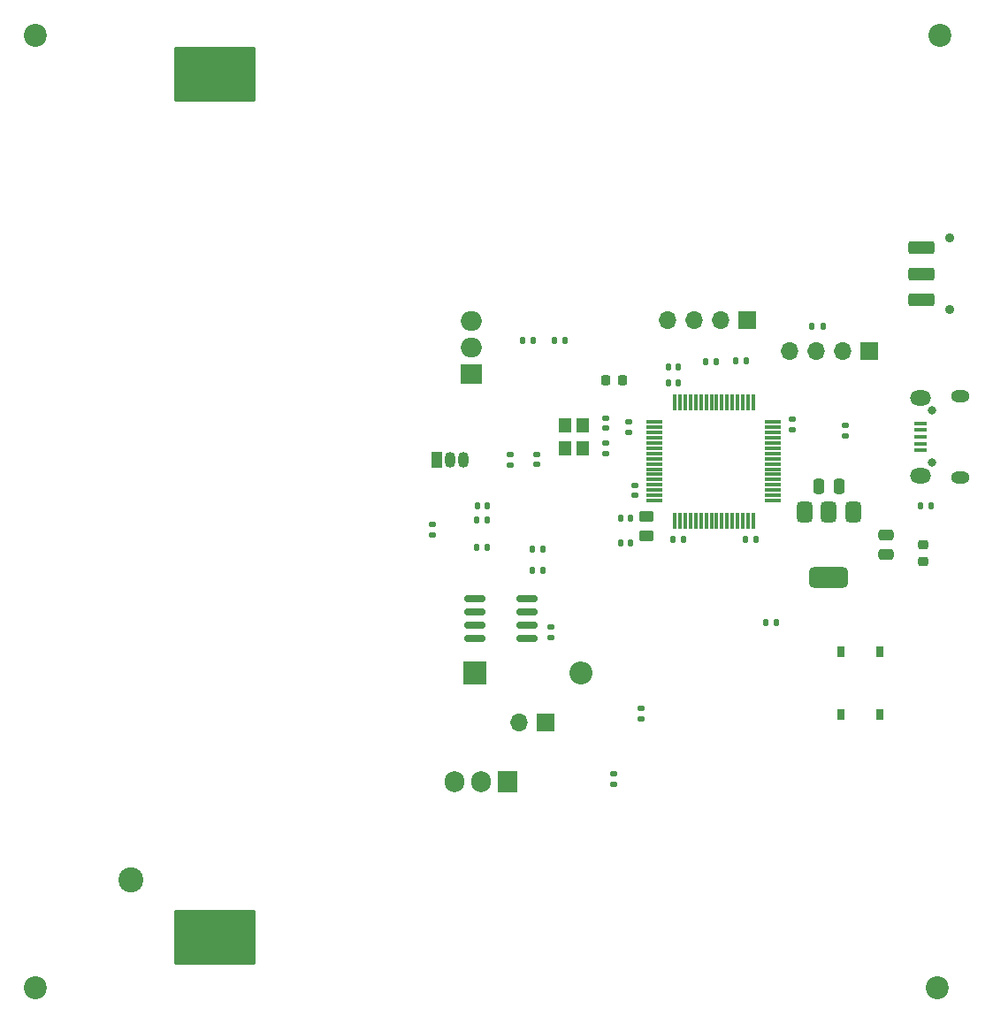
<source format=gbr>
%TF.GenerationSoftware,KiCad,Pcbnew,8.0.8*%
%TF.CreationDate,2025-03-16T20:58:14+11:00*%
%TF.ProjectId,STM32BMS,53544d33-3242-44d5-932e-6b696361645f,rev?*%
%TF.SameCoordinates,Original*%
%TF.FileFunction,Soldermask,Top*%
%TF.FilePolarity,Negative*%
%FSLAX46Y46*%
G04 Gerber Fmt 4.6, Leading zero omitted, Abs format (unit mm)*
G04 Created by KiCad (PCBNEW 8.0.8) date 2025-03-16 20:58:14*
%MOMM*%
%LPD*%
G01*
G04 APERTURE LIST*
G04 Aperture macros list*
%AMRoundRect*
0 Rectangle with rounded corners*
0 $1 Rounding radius*
0 $2 $3 $4 $5 $6 $7 $8 $9 X,Y pos of 4 corners*
0 Add a 4 corners polygon primitive as box body*
4,1,4,$2,$3,$4,$5,$6,$7,$8,$9,$2,$3,0*
0 Add four circle primitives for the rounded corners*
1,1,$1+$1,$2,$3*
1,1,$1+$1,$4,$5*
1,1,$1+$1,$6,$7*
1,1,$1+$1,$8,$9*
0 Add four rect primitives between the rounded corners*
20,1,$1+$1,$2,$3,$4,$5,0*
20,1,$1+$1,$4,$5,$6,$7,0*
20,1,$1+$1,$6,$7,$8,$9,0*
20,1,$1+$1,$8,$9,$2,$3,0*%
G04 Aperture macros list end*
%ADD10R,2.200000X2.200000*%
%ADD11O,2.200000X2.200000*%
%ADD12RoundRect,0.135000X-0.135000X-0.185000X0.135000X-0.185000X0.135000X0.185000X-0.135000X0.185000X0*%
%ADD13RoundRect,0.140000X0.140000X0.170000X-0.140000X0.170000X-0.140000X-0.170000X0.140000X-0.170000X0*%
%ADD14R,1.050000X1.500000*%
%ADD15O,1.050000X1.500000*%
%ADD16RoundRect,0.135000X0.185000X-0.135000X0.185000X0.135000X-0.185000X0.135000X-0.185000X-0.135000X0*%
%ADD17RoundRect,0.135000X-0.185000X0.135000X-0.185000X-0.135000X0.185000X-0.135000X0.185000X0.135000X0*%
%ADD18RoundRect,0.250000X0.475000X-0.250000X0.475000X0.250000X-0.475000X0.250000X-0.475000X-0.250000X0*%
%ADD19RoundRect,0.075000X-0.700000X-0.075000X0.700000X-0.075000X0.700000X0.075000X-0.700000X0.075000X0*%
%ADD20RoundRect,0.075000X-0.075000X-0.700000X0.075000X-0.700000X0.075000X0.700000X-0.075000X0.700000X0*%
%ADD21RoundRect,0.140000X-0.170000X0.140000X-0.170000X-0.140000X0.170000X-0.140000X0.170000X0.140000X0*%
%ADD22O,0.800000X0.800000*%
%ADD23R,1.300000X0.450000*%
%ADD24O,1.800000X1.150000*%
%ADD25O,2.000000X1.450000*%
%ADD26RoundRect,0.250000X-0.250000X-0.475000X0.250000X-0.475000X0.250000X0.475000X-0.250000X0.475000X0*%
%ADD27R,1.905000X2.000000*%
%ADD28O,1.905000X2.000000*%
%ADD29R,2.000000X1.905000*%
%ADD30O,2.000000X1.905000*%
%ADD31RoundRect,0.140000X0.170000X-0.140000X0.170000X0.140000X-0.170000X0.140000X-0.170000X-0.140000X0*%
%ADD32RoundRect,0.150000X-0.825000X-0.150000X0.825000X-0.150000X0.825000X0.150000X-0.825000X0.150000X0*%
%ADD33C,2.200000*%
%ADD34RoundRect,0.250000X-0.450000X0.262500X-0.450000X-0.262500X0.450000X-0.262500X0.450000X0.262500X0*%
%ADD35RoundRect,0.140000X-0.140000X-0.170000X0.140000X-0.170000X0.140000X0.170000X-0.140000X0.170000X0*%
%ADD36RoundRect,0.135000X0.135000X0.185000X-0.135000X0.185000X-0.135000X-0.185000X0.135000X-0.185000X0*%
%ADD37RoundRect,0.218750X-0.256250X0.218750X-0.256250X-0.218750X0.256250X-0.218750X0.256250X0.218750X0*%
%ADD38C,2.400000*%
%ADD39RoundRect,0.050800X3.810000X2.540000X-3.810000X2.540000X-3.810000X-2.540000X3.810000X-2.540000X0*%
%ADD40C,0.900000*%
%ADD41RoundRect,0.250000X1.000000X-0.375000X1.000000X0.375000X-1.000000X0.375000X-1.000000X-0.375000X0*%
%ADD42R,1.700000X1.700000*%
%ADD43O,1.700000X1.700000*%
%ADD44R,1.200000X1.400000*%
%ADD45RoundRect,0.225000X-0.225000X-0.250000X0.225000X-0.250000X0.225000X0.250000X-0.225000X0.250000X0*%
%ADD46RoundRect,0.375000X-0.375000X0.625000X-0.375000X-0.625000X0.375000X-0.625000X0.375000X0.625000X0*%
%ADD47RoundRect,0.500000X-1.400000X0.500000X-1.400000X-0.500000X1.400000X-0.500000X1.400000X0.500000X0*%
%ADD48R,0.750000X1.000000*%
G04 APERTURE END LIST*
D10*
%TO.C,D2*%
X112920000Y-126200000D03*
D11*
X123080000Y-126200000D03*
%TD*%
D12*
%TO.C,R10*%
X113060000Y-111600000D03*
X114080000Y-111600000D03*
%TD*%
%TO.C,R15*%
X118380000Y-114410000D03*
X119400000Y-114410000D03*
%TD*%
D13*
%TO.C,C9*%
X127800000Y-113800000D03*
X126840000Y-113800000D03*
%TD*%
D14*
%TO.C,U4*%
X109260000Y-105800000D03*
D15*
X110530000Y-105800000D03*
X111800000Y-105800000D03*
%TD*%
D16*
%TO.C,R9*%
X108800000Y-113020000D03*
X108800000Y-112000000D03*
%TD*%
D17*
%TO.C,R6*%
X126200000Y-135890000D03*
X126200000Y-136910000D03*
%TD*%
D18*
%TO.C,C14*%
X152300000Y-114907500D03*
X152300000Y-113007500D03*
%TD*%
D19*
%TO.C,U1*%
X130125000Y-102207500D03*
X130125000Y-102707500D03*
X130125000Y-103207500D03*
X130125000Y-103707500D03*
X130125000Y-104207500D03*
X130125000Y-104707500D03*
X130125000Y-105207500D03*
X130125000Y-105707500D03*
X130125000Y-106207500D03*
X130125000Y-106707500D03*
X130125000Y-107207500D03*
X130125000Y-107707500D03*
X130125000Y-108207500D03*
X130125000Y-108707500D03*
X130125000Y-109207500D03*
X130125000Y-109707500D03*
D20*
X132050000Y-111632500D03*
X132550000Y-111632500D03*
X133050000Y-111632500D03*
X133550000Y-111632500D03*
X134050000Y-111632500D03*
X134550000Y-111632500D03*
X135050000Y-111632500D03*
X135550000Y-111632500D03*
X136050000Y-111632500D03*
X136550000Y-111632500D03*
X137050000Y-111632500D03*
X137550000Y-111632500D03*
X138050000Y-111632500D03*
X138550000Y-111632500D03*
X139050000Y-111632500D03*
X139550000Y-111632500D03*
D19*
X141475000Y-109707500D03*
X141475000Y-109207500D03*
X141475000Y-108707500D03*
X141475000Y-108207500D03*
X141475000Y-107707500D03*
X141475000Y-107207500D03*
X141475000Y-106707500D03*
X141475000Y-106207500D03*
X141475000Y-105707500D03*
X141475000Y-105207500D03*
X141475000Y-104707500D03*
X141475000Y-104207500D03*
X141475000Y-103707500D03*
X141475000Y-103207500D03*
X141475000Y-102707500D03*
X141475000Y-102207500D03*
D20*
X139550000Y-100282500D03*
X139050000Y-100282500D03*
X138550000Y-100282500D03*
X138050000Y-100282500D03*
X137550000Y-100282500D03*
X137050000Y-100282500D03*
X136550000Y-100282500D03*
X136050000Y-100282500D03*
X135550000Y-100282500D03*
X135050000Y-100282500D03*
X134550000Y-100282500D03*
X134050000Y-100282500D03*
X133550000Y-100282500D03*
X133050000Y-100282500D03*
X132550000Y-100282500D03*
X132050000Y-100282500D03*
%TD*%
D12*
%TO.C,R11*%
X140780000Y-121400000D03*
X141800000Y-121400000D03*
%TD*%
D21*
%TO.C,C17*%
X118850000Y-105312500D03*
X118850000Y-106272500D03*
%TD*%
D22*
%TO.C,J1*%
X156645000Y-106105000D03*
X156645000Y-101105000D03*
D23*
X155545000Y-104905000D03*
X155545000Y-104255000D03*
X155545000Y-103605000D03*
X155545000Y-102955000D03*
X155545000Y-102305000D03*
D24*
X159395000Y-107480000D03*
D25*
X155595000Y-107330000D03*
X155595000Y-99880000D03*
D24*
X159395000Y-99730000D03*
%TD*%
D17*
%TO.C,R14*%
X116250000Y-105282500D03*
X116250000Y-106302500D03*
%TD*%
D26*
%TO.C,C13*%
X145850000Y-108400000D03*
X147750000Y-108400000D03*
%TD*%
D12*
%TO.C,R12*%
X120490000Y-94400000D03*
X121510000Y-94400000D03*
%TD*%
D27*
%TO.C,Q3*%
X116000000Y-136600000D03*
D28*
X113460000Y-136600000D03*
X110920000Y-136600000D03*
%TD*%
D29*
%TO.C,Q1*%
X112600000Y-97600000D03*
D30*
X112600000Y-95060000D03*
X112600000Y-92520000D03*
%TD*%
D31*
%TO.C,C7*%
X128200000Y-109200000D03*
X128200000Y-108240000D03*
%TD*%
%TO.C,C11*%
X125400000Y-102800000D03*
X125400000Y-101840000D03*
%TD*%
D32*
%TO.C,U3*%
X112925000Y-119095000D03*
X112925000Y-120365000D03*
X112925000Y-121635000D03*
X112925000Y-122905000D03*
X117875000Y-122905000D03*
X117875000Y-121635000D03*
X117875000Y-120365000D03*
X117875000Y-119095000D03*
%TD*%
D31*
%TO.C,C4*%
X127600000Y-103160000D03*
X127600000Y-102200000D03*
%TD*%
D13*
%TO.C,C15*%
X114080000Y-110200000D03*
X113120000Y-110200000D03*
%TD*%
D16*
%TO.C,R5*%
X128800000Y-130620000D03*
X128800000Y-129600000D03*
%TD*%
D33*
%TO.C,H4*%
X157400000Y-65200000D03*
%TD*%
D34*
%TO.C,FB1*%
X129300000Y-111257500D03*
X129300000Y-113082500D03*
%TD*%
D31*
%TO.C,C16*%
X120200000Y-122800000D03*
X120200000Y-121840000D03*
%TD*%
D33*
%TO.C,H3*%
X157200000Y-156400000D03*
%TD*%
D35*
%TO.C,C10*%
X131880000Y-113477500D03*
X132840000Y-113477500D03*
%TD*%
D36*
%TO.C,R7*%
X118510000Y-94400000D03*
X117490000Y-94400000D03*
%TD*%
D37*
%TO.C,D1*%
X155800000Y-113957500D03*
X155800000Y-115532500D03*
%TD*%
D12*
%TO.C,R4*%
X134980000Y-96400000D03*
X136000000Y-96400000D03*
%TD*%
D38*
%TO.C,BT1*%
X80000000Y-146039900D03*
D39*
X88000000Y-68886900D03*
X88000000Y-151513100D03*
%TD*%
D40*
%TO.C,SW1*%
X158400000Y-91400000D03*
X158400000Y-84600000D03*
D41*
X155650000Y-90500000D03*
X155650000Y-88000000D03*
X155650000Y-85500000D03*
%TD*%
D42*
%TO.C,J4*%
X119675000Y-131000000D03*
D43*
X117135000Y-131000000D03*
%TD*%
D42*
%TO.C,J2*%
X150620000Y-95400000D03*
D43*
X148080000Y-95400000D03*
X145540000Y-95400000D03*
X143000000Y-95400000D03*
%TD*%
D12*
%TO.C,R3*%
X137890000Y-96310000D03*
X138910000Y-96310000D03*
%TD*%
D44*
%TO.C,Y1*%
X121550000Y-102507500D03*
X121550000Y-104707500D03*
X123250000Y-104707500D03*
X123250000Y-102507500D03*
%TD*%
D42*
%TO.C,J3*%
X139000000Y-92400000D03*
D43*
X136460000Y-92400000D03*
X133920000Y-92400000D03*
X131380000Y-92400000D03*
%TD*%
D33*
%TO.C,H1*%
X70800000Y-156400000D03*
%TD*%
D35*
%TO.C,C1*%
X131420000Y-98457500D03*
X132380000Y-98457500D03*
%TD*%
D13*
%TO.C,C8*%
X127800000Y-111382500D03*
X126840000Y-111382500D03*
%TD*%
D12*
%TO.C,R16*%
X118380000Y-116400000D03*
X119400000Y-116400000D03*
%TD*%
D35*
%TO.C,C5*%
X131440000Y-96957500D03*
X132400000Y-96957500D03*
%TD*%
D17*
%TO.C,R13*%
X148400000Y-102490000D03*
X148400000Y-103510000D03*
%TD*%
D36*
%TO.C,R1*%
X146220000Y-93000000D03*
X145200000Y-93000000D03*
%TD*%
D33*
%TO.C,H2*%
X70800000Y-65200000D03*
%TD*%
D45*
%TO.C,C6*%
X125450000Y-98157500D03*
X127000000Y-98157500D03*
%TD*%
D46*
%TO.C,U2*%
X149100000Y-110807500D03*
X146800000Y-110807500D03*
D47*
X146800000Y-117107500D03*
D46*
X144500000Y-110807500D03*
%TD*%
D12*
%TO.C,R2*%
X155580000Y-110200000D03*
X156600000Y-110200000D03*
%TD*%
%TO.C,R8*%
X113090000Y-114200000D03*
X114110000Y-114200000D03*
%TD*%
D48*
%TO.C,SW2*%
X147925000Y-130200000D03*
X147925000Y-124200000D03*
X151675000Y-130200000D03*
X151675000Y-124200000D03*
%TD*%
D21*
%TO.C,C2*%
X143300000Y-101957500D03*
X143300000Y-102917500D03*
%TD*%
D31*
%TO.C,C12*%
X125400000Y-105200000D03*
X125400000Y-104240000D03*
%TD*%
D13*
%TO.C,C3*%
X139800000Y-113457500D03*
X138840000Y-113457500D03*
%TD*%
M02*

</source>
